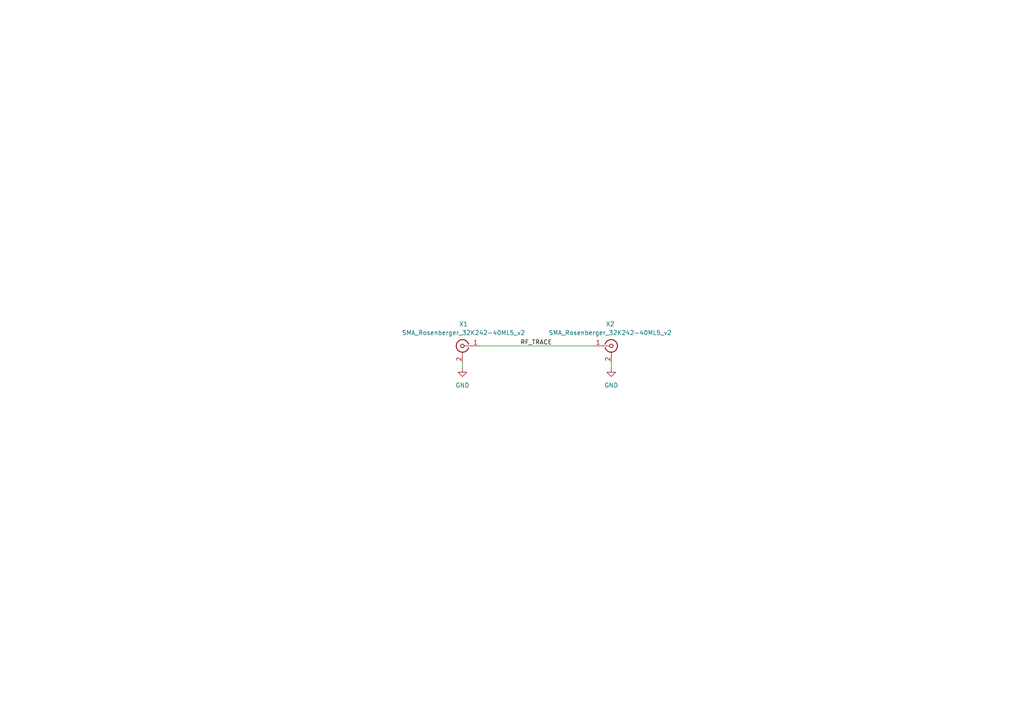
<source format=kicad_sch>
(kicad_sch (version 20230121) (generator eeschema)
  (paper "A4")
  (lib_symbols
    (symbol "Ammann_RF_Connectors:SMA_Rosenberger_32K242-40ML5_v2" (pin_names (offset 1.016) hide)
      (property "Reference" "X" (at 0.254 3.048 0))
      (property "Value" "SMA_Rosenberger_32K242-40ML5_v2" (at 2.921 0 90))
      (symbol "SMA_Rosenberger_32K242-40ML5_v2_0_1"
        (arc (start -1.778 -0.508) (mid 0.2311 -1.8066) (end 1.778 0) (stroke (width 0.254)))
        (polyline (pts (xy -2.54 0) (xy -0.508 0)))
        (polyline (pts (xy 0 -2.54) (xy 0 -1.778)))
        (circle (center 0 0) (radius 0.508) (stroke (width 0.2032)))
        (arc (start 1.778 0) (mid 0.2099 1.8101) (end -1.778 0.508) (stroke (width 0.254)))
      )
      (symbol "SMA_Rosenberger_32K242-40ML5_v2_1_1"
        (pin passive line (at -5.08 0 0) (length 2.54) (name "In") (number "1"))
        (pin passive line (at 0 -5.08 90) (length 2.54) (name "Ext") (number "2"))
      )
    )
    (symbol "power:GND" (power) (pin_names (offset 0))
      (property "Value" "GND" (at 0 -3.81 0))
      (symbol "GND_0_1"
        (polyline (pts (xy 0 0) (xy 0 -1.27) (xy 1.27 -1.27) (xy 0 -2.54) (xy -1.27 -1.27) (xy 0 -1.27)))
      )
      (symbol "GND_1_1"
        (pin power_in line (at 0 0 270) (length 0) hide (name "GND") (number "1"))
      )
    )
  )
  (wire (pts (xy 139.192 100.33) (xy 172.212 100.33)))
  (wire (pts (xy 134.112 106.68) (xy 134.112 105.41)))
  (wire (pts (xy 177.292 106.68) (xy 177.292 105.41)))
  (label "RF_TRACE" (at 150.876 100.33 0))
  (symbol (lib_id "Ammann_RF_Connectors:SMA_Rosenberger_32K242-40ML5_v2") (at 177.292 100.33 0) (unit 1)
    (property "Reference" "X2" (at 176.9746 93.98 0))
    (property "Value" "SMA_Rosenberger_32K242-40ML5_v2" (at 176.9746 96.52 0))
    (property "Footprint" "AMMANN_RF_Connectors:Rosenberger_32K242-40ML5v2" (effects hide))
    (property "Datasheet" "https://products.rosenberger.com/_ocassets/db/32K242-40ML5.pdf" (effects hide))
    (property "Supplier" "RS Components GmbH (Privat)" (effects hide))
    (property "Manufacturer Part Number" "32K242-40ML5" (effects hide))
    (property "Supplier Part Number" "819-4147" (effects hide))
    (property "Supplier Link" "https://www.rs-online-privat.de/Products/ProductDetail/Rosenberger-SMA-Buchse-Koaxialsteckverbinder-SMA-Steckverbinder-PCB-Lot-Anschluss-50-Gerade-8194147" (effects hide))
  )
  (symbol (lib_id "power:GND") (at 134.112 106.68 0) (unit 1)
    (property "Reference" "#PWR01" (effects hide))
    (property "Value" "GND" (at 134.112 111.76 0))
  )
  (symbol (lib_id "power:GND") (at 177.292 106.68 0) (unit 1)
    (property "Reference" "#PWR02" (effects hide))
    (property "Value" "GND" (at 177.292 111.76 0))
  )
  (symbol (lib_id "Ammann_RF_Connectors:SMA_Rosenberger_32K242-40ML5_v2") (at 134.112 100.33 0) (mirror y) (unit 1)
    (property "Reference" "X1" (at 134.4294 93.98 0))
    (property "Value" "SMA_Rosenberger_32K242-40ML5_v2" (at 134.4294 96.52 0))
    (property "Footprint" "AMMANN_RF_Connectors:Rosenberger_32K242-40ML5v2" (effects hide))
    (property "Datasheet" "https://products.rosenberger.com/_ocassets/db/32K242-40ML5.pdf" (effects hide))
    (property "Supplier" "RS Components GmbH (Privat)" (effects hide))
    (property "Manufacturer Part Number" "32K242-40ML5" (effects hide))
    (property "Supplier Part Number" "819-4147" (effects hide))
    (property "Supplier Link" "https://www.rs-online-privat.de/Products/ProductDetail/Rosenberger-SMA-Buchse-Koaxialsteckverbinder-SMA-Steckverbinder-PCB-Lot-Anschluss-50-Gerade-8194147" (effects hide))
  )
)
</source>
